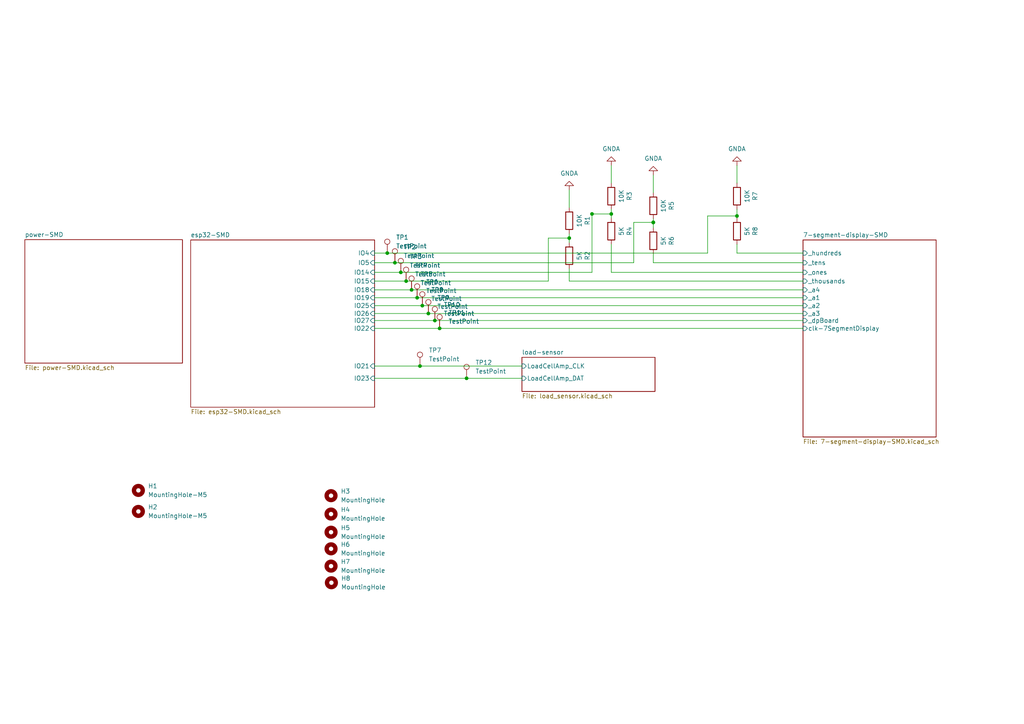
<source format=kicad_sch>
(kicad_sch (version 20211123) (generator eeschema)
  (paper "A4")
  (lib_symbols
    (symbol "Connector:TestPoint" (pin_numbers hide) (pin_names (offset 0.762) hide)
      (property "Reference" "TP" (at 0 6.858 0))
      (property "Value" "TestPoint" (at 0 5.08 0))
      (symbol "TestPoint_0_1"
        (circle (center 0 3.302) (radius 0.762))
      )
      (symbol "TestPoint_1_1"
        (pin passive line (at 0 0 90) (length 2.54) (name "1") (number "1"))
      )
    )
    (symbol "Mechanical:MountingHole" (pin_names (offset 1.016))
      (property "Reference" "H" (at 0 5.08 0))
      (property "Value" "MountingHole" (at 0 3.175 0))
      (symbol "MountingHole_0_1"
        (circle (center 0 0) (radius 1.27) (stroke (width 1.27)))
      )
    )
    (symbol "power:GNDA" (power) (pin_names (offset 0))
      (property "Value" "GNDA" (at 0 -3.81 0))
      (symbol "GNDA_0_1"
        (polyline (pts (xy 0 0) (xy 0 -1.27) (xy 1.27 -1.27) (xy 0 -2.54) (xy -1.27 -1.27) (xy 0 -1.27)))
      )
      (symbol "GNDA_1_1"
        (pin power_in line (at 0 0 270) (length 0) hide (name "GNDA") (number "1"))
      )
    )
    (symbol "upuaut_2Nils-rescue:R-Device" (pin_numbers hide) (pin_names (offset 0))
      (property "Reference" "R" (at 2.032 0 90))
      (property "Value" "R-Device" (at 0 0 90))
      (symbol "R-Device_0_1"
        (rectangle (start -1.016 -2.54) (end 1.016 2.54) (stroke (width 0.254)))
      )
      (symbol "R-Device_1_1"
        (pin passive line (at 0 3.81 270) (length 1.27) (name "~") (number "1"))
        (pin passive line (at 0 -3.81 90) (length 1.27) (name "~") (number "2"))
      )
    )
  )
  (junction (at 121.8111 106.172))
  (junction (at 114.5377 76.2))
  (junction (at 189.484 64.516))
  (junction (at 112.3206 73.406))
  (junction (at 119.3752 84.074))
  (junction (at 124.2462 90.932))
  (junction (at 171.704 62.0554))
  (junction (at 213.7521 62.6387))
  (junction (at 135.325 109.728))
  (junction (at 189.484 64.5052))
  (junction (at 126.1275 92.964))
  (junction (at 177.292 62.0554))
  (junction (at 127.5048 95.25))
  (junction (at 165.1 69.0548))
  (junction (at 122.4994 88.646))
  (junction (at 117.7963 81.534))
  (junction (at 116.251 78.994))
  (junction (at 120.9877 86.36))
  (wire (pts (xy 108.6563 84.074) (xy 119.3752 84.074)))
  (wire (pts (xy 183.8122 64.5052) (xy 189.484 64.5052)))
  (wire (pts (xy 189.484 64.5052) (xy 189.484 64.516)))
  (wire (pts (xy 135.325 109.728) (xy 151.3769 109.728)))
  (wire (pts (xy 108.6563 106.172) (xy 121.8111 106.172)))
  (wire (pts (xy 177.292 70.866) (xy 177.292 78.994)))
  (wire (pts (xy 213.7521 73.406) (xy 232.9109 73.406)))
  (wire (pts (xy 177.292 78.994) (xy 232.9109 78.994)))
  (wire (pts (xy 213.7521 53.086) (xy 213.7521 48.006)))
  (wire (pts (xy 108.6563 86.36) (xy 120.9877 86.36)))
  (wire (pts (xy 183.8122 76.2) (xy 183.8122 64.5052)))
  (wire (pts (xy 112.3206 73.406) (xy 205.232 73.406)))
  (wire (pts (xy 114.5377 76.2) (xy 183.8122 76.2)))
  (wire (pts (xy 108.6563 88.646) (xy 122.4994 88.646)))
  (wire (pts (xy 119.3752 84.074) (xy 232.9109 84.074)))
  (wire (pts (xy 108.6563 73.406) (xy 112.3206 73.406)))
  (wire (pts (xy 159.0419 69.0548) (xy 165.1 69.0548)))
  (wire (pts (xy 108.6563 90.932) (xy 124.2462 90.932)))
  (wire (pts (xy 232.9109 81.534) (xy 165.1 81.534)))
  (wire (pts (xy 108.6563 76.2) (xy 114.5377 76.2)))
  (wire (pts (xy 124.2462 90.932) (xy 232.9109 90.932)))
  (wire (pts (xy 177.292 60.706) (xy 177.292 62.0554)))
  (wire (pts (xy 108.6563 92.964) (xy 126.1275 92.964)))
  (wire (pts (xy 213.7521 70.866) (xy 213.7521 73.406)))
  (wire (pts (xy 165.1 69.0548) (xy 165.1 70.358)))
  (wire (pts (xy 108.6563 95.25) (xy 127.5048 95.25)))
  (wire (pts (xy 108.6563 81.534) (xy 117.7963 81.534)))
  (wire (pts (xy 116.251 78.994) (xy 171.704 78.994)))
  (wire (pts (xy 189.484 73.66) (xy 189.484 76.2)))
  (wire (pts (xy 121.8111 106.172) (xy 151.3769 106.172)))
  (wire (pts (xy 213.7521 60.706) (xy 213.7521 62.6387)))
  (wire (pts (xy 189.484 76.2) (xy 232.9109 76.2)))
  (wire (pts (xy 189.484 63.5) (xy 189.484 64.5052)))
  (wire (pts (xy 122.4994 88.646) (xy 232.9109 88.646)))
  (wire (pts (xy 108.6563 78.994) (xy 116.251 78.994)))
  (wire (pts (xy 189.484 50.8) (xy 189.484 55.88)))
  (wire (pts (xy 171.704 62.0554) (xy 177.292 62.0554)))
  (wire (pts (xy 189.738 64.516) (xy 189.484 64.516)))
  (wire (pts (xy 171.704 61.976) (xy 171.704 62.0554)))
  (wire (pts (xy 108.6563 109.728) (xy 135.325 109.728)))
  (wire (pts (xy 205.232 73.406) (xy 205.232 62.6387)))
  (wire (pts (xy 127.5048 95.25) (xy 232.9109 95.25)))
  (wire (pts (xy 126.1275 92.964) (xy 232.9109 92.964)))
  (wire (pts (xy 205.232 62.6387) (xy 213.7521 62.6387)))
  (wire (pts (xy 159.0419 81.534) (xy 159.0419 69.0548)))
  (wire (pts (xy 177.292 62.0554) (xy 177.292 63.246)))
  (wire (pts (xy 117.7963 81.534) (xy 159.0419 81.534)))
  (wire (pts (xy 189.484 64.516) (xy 189.484 66.04)))
  (wire (pts (xy 165.1 55.118) (xy 165.1 60.198)))
  (wire (pts (xy 120.9877 86.36) (xy 232.9109 86.36)))
  (wire (pts (xy 213.7521 62.6387) (xy 213.7521 63.246)))
  (wire (pts (xy 165.1 77.978) (xy 165.1 81.534)))
  (wire (pts (xy 177.292 48.006) (xy 177.292 53.086)))
  (wire (pts (xy 165.1 67.818) (xy 165.1 69.0548)))
  (wire (pts (xy 171.704 78.994) (xy 171.704 62.0554)))
  (symbol (lib_id "Connector:TestPoint") (at 126.1275 92.964 0) (unit 1)
    (property "Reference" "TP10" (at 128.6675 88.3919 0) (effects (justify left)))
    (property "Value" "TestPoint" (at 128.6675 90.9319 0) (effects (justify left)))
    (property "Footprint" "TestPoint:TestPoint_Loop_D2.50mm_Drill1.85mm" (effects hide))
  )
  (symbol (lib_id "Mechanical:MountingHole") (at 96.0177 159.1815 0) (unit 1)
    (property "Reference" "H6" (at 98.8117 157.9114 0) (effects (justify left)))
    (property "Value" "MountingHole" (at 98.8117 160.4514 0) (effects (justify left)))
    (property "Footprint" "MountingHole:MountingHole_4.3mm_M4_Pad_Via" (effects hide))
  )
  (symbol (lib_id "Mechanical:MountingHole") (at 96.012 149.098 0) (unit 1)
    (property "Reference" "H4" (at 98.806 147.8279 0) (effects (justify left)))
    (property "Value" "MountingHole" (at 98.806 150.3679 0) (effects (justify left)))
    (property "Footprint" "MountingHole:MountingHole_4.3mm_M4_Pad_Via" (effects hide))
  )
  (symbol (lib_id "Connector:TestPoint") (at 116.251 78.994 0) (unit 1)
    (property "Reference" "TP3" (at 118.791 74.4219 0) (effects (justify left)))
    (property "Value" "TestPoint" (at 118.791 76.9619 0) (effects (justify left)))
    (property "Footprint" "TestPoint:TestPoint_Loop_D2.50mm_Drill1.85mm" (effects hide))
  )
  (symbol (lib_id "Connector:TestPoint") (at 124.2462 90.932 0) (unit 1)
    (property "Reference" "TP9" (at 126.7862 86.3599 0) (effects (justify left)))
    (property "Value" "TestPoint" (at 126.7862 88.8999 0) (effects (justify left)))
    (property "Footprint" "TestPoint:TestPoint_Loop_D2.50mm_Drill1.85mm" (effects hide))
  )
  (symbol (lib_id "Connector:TestPoint") (at 121.8111 106.172 0) (unit 1)
    (property "Reference" "TP7" (at 124.3511 101.5999 0) (effects (justify left)))
    (property "Value" "TestPoint" (at 124.3511 104.1399 0) (effects (justify left)))
    (property "Footprint" "TestPoint:TestPoint_Loop_D2.50mm_Drill1.85mm" (effects hide))
  )
  (symbol (lib_id "upuaut_2Nils-rescue:R-Device") (at 189.484 59.69 180) (unit 1)
    (property "Reference" "R5" (at 194.7418 59.69 90))
    (property "Value" "10K" (at 192.4304 59.69 90))
    (property "Footprint" "Resistor_SMD:R_1206_3216Metric_Pad1.30x1.75mm_HandSolder" (effects hide))
  )
  (symbol (lib_id "Connector:TestPoint") (at 135.325 109.728 0) (unit 1)
    (property "Reference" "TP12" (at 137.865 105.1559 0) (effects (justify left)))
    (property "Value" "TestPoint" (at 137.865 107.6959 0) (effects (justify left)))
    (property "Footprint" "TestPoint:TestPoint_Loop_D2.50mm_Drill1.85mm" (effects hide))
  )
  (symbol (lib_id "Mechanical:MountingHole") (at 40.132 142.24 0) (unit 1)
    (property "Reference" "H1" (at 42.926 140.9699 0) (effects (justify left)))
    (property "Value" "MountingHole-M5" (at 42.926 143.5099 0) (effects (justify left)))
    (property "Footprint" "MountingHole:MountingHole_4.3mm_M4_Pad_Via" (effects hide))
  )
  (symbol (lib_id "Connector:TestPoint") (at 119.3752 84.074 0) (unit 1)
    (property "Reference" "TP5" (at 121.9152 79.5019 0) (effects (justify left)))
    (property "Value" "TestPoint" (at 121.9152 82.0419 0) (effects (justify left)))
    (property "Footprint" "TestPoint:TestPoint_Loop_D2.50mm_Drill1.85mm" (effects hide))
  )
  (symbol (lib_id "power:GNDA") (at 189.484 50.8 180) (unit 1)
    (property "Reference" "#PWR03" (effects hide))
    (property "Value" "GNDA" (at 189.484 45.974 0))
  )
  (symbol (lib_id "power:GNDA") (at 213.7521 48.006 180) (unit 1)
    (property "Reference" "#PWR04" (effects hide))
    (property "Value" "GNDA" (at 213.7521 43.18 0))
  )
  (symbol (lib_id "Connector:TestPoint") (at 112.3206 73.406 0) (unit 1)
    (property "Reference" "TP1" (at 114.8606 68.8339 0) (effects (justify left)))
    (property "Value" "TestPoint" (at 114.8606 71.3739 0) (effects (justify left)))
    (property "Footprint" "TestPoint:TestPoint_Loop_D2.50mm_Drill1.85mm" (effects hide))
  )
  (symbol (lib_id "Connector:TestPoint") (at 122.4994 88.646 0) (unit 1)
    (property "Reference" "TP8" (at 125.0394 84.0739 0) (effects (justify left)))
    (property "Value" "TestPoint" (at 125.0394 86.6139 0) (effects (justify left)))
    (property "Footprint" "TestPoint:TestPoint_Loop_D2.50mm_Drill1.85mm" (effects hide))
  )
  (symbol (lib_id "upuaut_2Nils-rescue:R-Device") (at 189.484 69.85 180) (unit 1)
    (property "Reference" "R6" (at 194.7418 69.85 90))
    (property "Value" "5K" (at 192.4304 69.85 90))
    (property "Footprint" "Resistor_SMD:R_1206_3216Metric_Pad1.30x1.75mm_HandSolder" (effects hide))
  )
  (symbol (lib_id "Mechanical:MountingHole") (at 40.132 148.336 0) (unit 1)
    (property "Reference" "H2" (at 42.926 147.0659 0) (effects (justify left)))
    (property "Value" "MountingHole-M5" (at 42.926 149.6059 0) (effects (justify left)))
    (property "Footprint" "MountingHole:MountingHole_4mm_Pad_Via" (effects hide))
  )
  (symbol (lib_id "Connector:TestPoint") (at 120.9877 86.36 0) (unit 1)
    (property "Reference" "TP6" (at 123.5277 81.7879 0) (effects (justify left)))
    (property "Value" "TestPoint" (at 123.5277 84.3279 0) (effects (justify left)))
    (property "Footprint" "TestPoint:TestPoint_Loop_D2.50mm_Drill1.85mm" (effects hide))
  )
  (symbol (lib_id "Connector:TestPoint") (at 114.5377 76.2 0) (unit 1)
    (property "Reference" "TP2" (at 117.0777 71.6279 0) (effects (justify left)))
    (property "Value" "TestPoint" (at 117.0777 74.1679 0) (effects (justify left)))
    (property "Footprint" "TestPoint:TestPoint_Loop_D2.50mm_Drill1.85mm" (effects hide))
  )
  (symbol (lib_id "Mechanical:MountingHole") (at 96.0177 154.3667 0) (unit 1)
    (property "Reference" "H5" (at 98.8117 153.0966 0) (effects (justify left)))
    (property "Value" "MountingHole" (at 98.8117 155.6366 0) (effects (justify left)))
    (property "Footprint" "MountingHole:MountingHole_4.3mm_M4_Pad_Via" (effects hide))
  )
  (symbol (lib_id "Mechanical:MountingHole") (at 96.0177 164.197 0) (unit 1)
    (property "Reference" "H7" (at 98.8117 162.9269 0) (effects (justify left)))
    (property "Value" "MountingHole" (at 98.8117 165.4669 0) (effects (justify left)))
    (property "Footprint" "MountingHole:MountingHole_4.3mm_M4_Pad_Via" (effects hide))
  )
  (symbol (lib_id "upuaut_2Nils-rescue:R-Device") (at 213.7521 56.896 180) (unit 1)
    (property "Reference" "R7" (at 219.0099 56.896 90))
    (property "Value" "10K" (at 216.6985 56.896 90))
    (property "Footprint" "Resistor_SMD:R_1206_3216Metric_Pad1.30x1.75mm_HandSolder" (effects hide))
  )
  (symbol (lib_id "power:GNDA") (at 165.1 55.118 180) (unit 1)
    (property "Reference" "#PWR01" (effects hide))
    (property "Value" "GNDA" (at 165.1 50.292 0))
  )
  (symbol (lib_id "power:GNDA") (at 177.292 48.006 180) (unit 1)
    (property "Reference" "#PWR02" (effects hide))
    (property "Value" "GNDA" (at 177.292 43.18 0))
  )
  (symbol (lib_id "Mechanical:MountingHole") (at 96.118 169.0119 0) (unit 1)
    (property "Reference" "H8" (at 98.912 167.7418 0) (effects (justify left)))
    (property "Value" "MountingHole" (at 98.912 170.2818 0) (effects (justify left)))
    (property "Footprint" "MountingHole:MountingHole_4.3mm_M4_Pad_Via" (effects hide))
  )
  (symbol (lib_id "upuaut_2Nils-rescue:R-Device") (at 177.292 67.056 180) (unit 1)
    (property "Reference" "R4" (at 182.5498 67.056 90))
    (property "Value" "5K" (at 180.2384 67.056 90))
    (property "Footprint" "Resistor_SMD:R_1206_3216Metric_Pad1.30x1.75mm_HandSolder" (effects hide))
  )
  (symbol (lib_id "Connector:TestPoint") (at 117.7963 81.534 0) (unit 1)
    (property "Reference" "TP4" (at 120.3363 76.9619 0) (effects (justify left)))
    (property "Value" "TestPoint" (at 120.3363 79.5019 0) (effects (justify left)))
    (property "Footprint" "TestPoint:TestPoint_Loop_D2.50mm_Drill1.85mm" (effects hide))
  )
  (symbol (lib_id "upuaut_2Nils-rescue:R-Device") (at 213.7521 67.056 180) (unit 1)
    (property "Reference" "R8" (at 219.0099 67.056 90))
    (property "Value" "5K" (at 216.6985 67.056 90))
    (property "Footprint" "Resistor_SMD:R_1206_3216Metric_Pad1.30x1.75mm_HandSolder" (effects hide))
  )
  (symbol (lib_id "Connector:TestPoint") (at 127.5048 95.25 0) (unit 1)
    (property "Reference" "TP11" (at 130.0448 90.6779 0) (effects (justify left)))
    (property "Value" "TestPoint" (at 130.0448 93.2179 0) (effects (justify left)))
    (property "Footprint" "TestPoint:TestPoint_Loop_D2.50mm_Drill1.85mm" (effects hide))
  )
  (symbol (lib_id "upuaut_2Nils-rescue:R-Device") (at 165.1 74.168 180) (unit 1)
    (property "Reference" "R2" (at 170.3578 74.168 90))
    (property "Value" "5K" (at 168.0464 74.168 90))
    (property "Footprint" "Resistor_SMD:R_1206_3216Metric_Pad1.30x1.75mm_HandSolder" (effects hide))
  )
  (symbol (lib_id "upuaut_2Nils-rescue:R-Device") (at 177.292 56.896 180) (unit 1)
    (property "Reference" "R3" (at 182.5498 56.896 90))
    (property "Value" "10K" (at 180.2384 56.896 90))
    (property "Footprint" "Resistor_SMD:R_1206_3216Metric_Pad1.30x1.75mm_HandSolder" (effects hide))
  )
  (symbol (lib_id "Mechanical:MountingHole") (at 96.012 143.764 0) (unit 1)
    (property "Reference" "H3" (at 98.806 142.4939 0) (effects (justify left)))
    (property "Value" "MountingHole" (at 98.806 145.0339 0) (effects (justify left)))
    (property "Footprint" "MountingHole:MountingHole_4.3mm_M4_Pad_Via" (effects hide))
  )
  (symbol (lib_id "upuaut_2Nils-rescue:R-Device") (at 165.1 64.008 180) (unit 1)
    (property "Reference" "R1" (at 170.3578 64.008 90))
    (property "Value" "10K" (at 168.0464 64.008 90))
    (property "Footprint" "Resistor_SMD:R_1206_3216Metric_Pad1.30x1.75mm_HandSolder" (effects hide))
  )
  (sheet (at 55.3163 69.596) (size 53.34 48.514) (stroke (width 0.1524))
    (property "Sheet name" "esp32-SMD" (at 55.3163 68.8844 0) (effects (justify left bottom)))
    (property "Sheet file" "esp32-SMD.kicad_sch" (at 55.3163 118.6946 0) (effects (justify left top)))
    (pin "IO15" input (at 108.6563 81.534 0))
    (pin "IO4" input (at 108.6563 73.406 0))
    (pin "IO22" input (at 108.6563 95.25 0))
    (pin "IO21" input (at 108.6563 106.172 0))
    (pin "IO23" input (at 108.6563 109.728 0))
    (pin "IO5" input (at 108.6563 76.2 0))
    (pin "IO18" input (at 108.6563 84.074 0))
    (pin "IO19" input (at 108.6563 86.36 0))
    (pin "IO25" input (at 108.6563 88.646 0))
    (pin "IO14" input (at 108.6563 78.994 0))
    (pin "IO26" input (at 108.6563 90.932 0))
    (pin "IO27" input (at 108.6563 92.964 0))
  )
  (sheet (at 232.9109 69.596) (size 38.6151 57.15) (stroke (width 0.1524))
    (property "Sheet name" "7-segment-display-SMD" (at 232.9109 68.8844 0) (effects (justify left bottom)))
    (property "Sheet file" "7-segment-display-SMD.kicad_sch" (at 232.9109 127.3306 0) (effects (justify left top)))
    (pin "_hundreds" input (at 232.9109 73.406 180))
    (pin "_tens" input (at 232.9109 76.2 180))
    (pin "_ones" input (at 232.9109 78.994 180))
    (pin "_thousands" input (at 232.9109 81.534 180))
    (pin "_a4" input (at 232.9109 84.074 180))
    (pin "_a1" input (at 232.9109 86.36 180))
    (pin "_a2" input (at 232.9109 88.646 180))
    (pin "_a3" input (at 232.9109 90.932 180))
    (pin "_dpBoard" input (at 232.9109 92.964 180))
    (pin "clk-7SegmentDisplay" input (at 232.9109 95.25 180))
  )
  (sheet (at 7.1958 69.5103) (size 45.72 35.814) (stroke (width 0.1524))
    (property "Sheet name" "power-SMD" (at 7.1958 68.7987 0) (effects (justify left bottom)))
    (property "Sheet file" "power-SMD.kicad_sch" (at 7.1958 105.9089 0) (effects (justify left top)))
  )
  (sheet (at 151.3769 103.632) (size 38.608 9.906) (stroke (width 0.1524))
    (property "Sheet name" "load-sensor" (at 151.3769 102.9204 0) (effects (justify left bottom)))
    (property "Sheet file" "load_sensor.kicad_sch" (at 151.3769 114.1226 0) (effects (justify left top)))
    (pin "LoadCellAmp_CLK" input (at 151.3769 106.172 180))
    (pin "LoadCellAmp_DAT" input (at 151.3769 109.728 180))
  )
)
</source>
